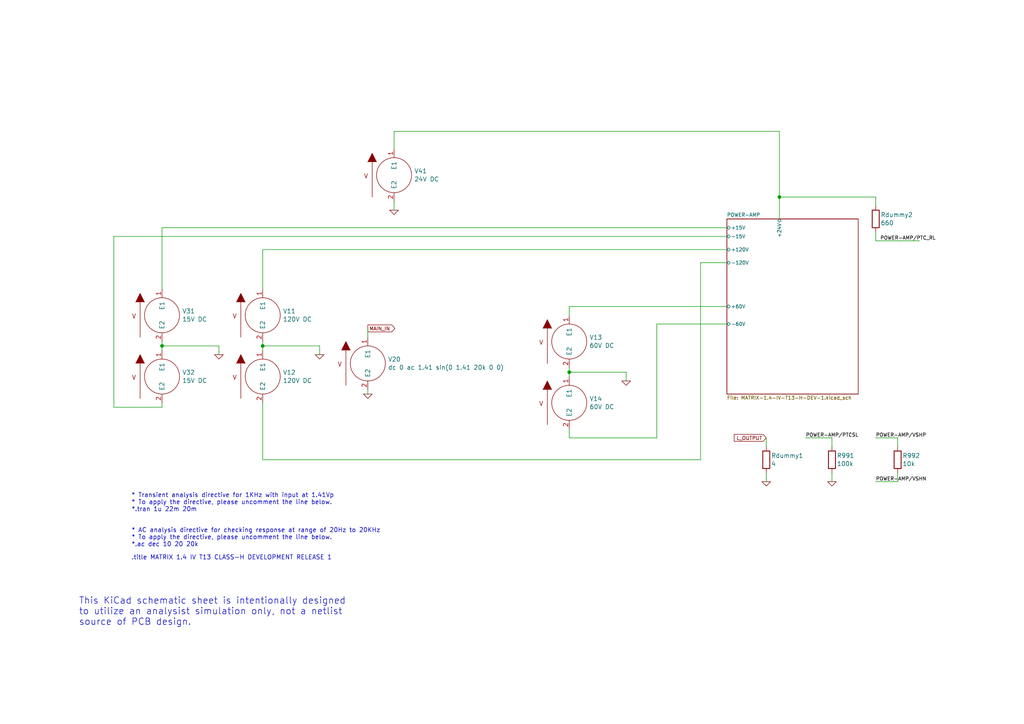
<source format=kicad_sch>
(kicad_sch (version 20211123) (generator eeschema)
  (paper "A4")
  (lib_symbols
    (symbol "Device:R" (pin_numbers hide) (pin_names (offset 0))
      (property "Reference" "R" (at 2.032 0 90))
      (property "Value" "R" (at 0 0 90))
      (symbol "R_0_1"
        (rectangle (start -1.016 -2.54) (end 1.016 2.54) (stroke (width 0.254)))
      )
      (symbol "R_1_1"
        (pin passive line (at 0 3.81 270) (length 1.27) (name "~") (number "1"))
        (pin passive line (at 0 -3.81 90) (length 1.27) (name "~") (number "2"))
      )
    )
    (symbol "pspice:0" (power) (pin_names (offset 0))
      (property "Value" "0" (at 0 -1.778 0))
      (symbol "0_0_1"
        (polyline (pts (xy -1.27 0) (xy 0 -1.27) (xy 1.27 0) (xy -1.27 0)))
      )
      (symbol "0_1_1"
        (pin power_in line (at 0 0 0) (length 0) hide (name "0") (number "1"))
      )
    )
    (symbol "pspice:VSOURCE" (pin_names (offset 1.016))
      (property "Reference" "V" (at -6.35 7.62 0))
      (property "Value" "VSOURCE" (at 0 0 0))
      (symbol "VSOURCE_0_1"
        (polyline (pts (xy -6.35 -6.35) (xy -6.35 3.81)) (fill (type outline)))
        (polyline (pts (xy -7.62 3.81) (xy -6.35 6.35) (xy -5.08 3.81)) (fill (type outline)))
        (circle (center 0 0) (radius 5.08))
        (text "V" (at -8.128 -0.254 0) (effects (font (size 1.27 1.27))))
      )
      (symbol "VSOURCE_1_1"
        (pin input line (at 0 7.62 270) (length 2.54) (name "E1") (number "1"))
        (pin input line (at 0 -7.62 90) (length 2.54) (name "E2") (number "2"))
      )
    )
  )
  (junction (at 165.1 107.95))
  (junction (at 226.06 57.15))
  (junction (at 76.2 100.33))
  (junction (at 46.99 100.33))
  (wire (pts (xy 210.82 68.58) (xy 33.02 68.58)))
  (wire (pts (xy 241.3 137.16) (xy 241.3 139.7)))
  (wire (pts (xy 76.2 116.84) (xy 76.2 133.35)))
  (wire (pts (xy 222.25 127) (xy 222.25 129.54)))
  (wire (pts (xy 254 59.69) (xy 254 57.15)))
  (wire (pts (xy 210.82 72.39) (xy 76.2 72.39)))
  (wire (pts (xy 165.1 88.9) (xy 210.82 88.9)))
  (wire (pts (xy 210.82 66.04) (xy 46.99 66.04)))
  (wire (pts (xy 46.99 116.84) (xy 46.99 118.11)))
  (wire (pts (xy 76.2 101.6) (xy 76.2 100.33)))
  (wire (pts (xy 260.35 139.7) (xy 254 139.7)))
  (wire (pts (xy 92.71 100.33) (xy 92.71 102.87)))
  (wire (pts (xy 181.61 107.95) (xy 181.61 110.49)))
  (wire (pts (xy 76.2 72.39) (xy 76.2 83.82)))
  (wire (pts (xy 165.1 107.95) (xy 165.1 106.68)))
  (wire (pts (xy 233.68 127) (xy 241.3 127)))
  (wire (pts (xy 203.2 133.35) (xy 203.2 76.2)))
  (wire (pts (xy 63.5 100.33) (xy 63.5 102.87)))
  (wire (pts (xy 165.1 109.22) (xy 165.1 107.95)))
  (wire (pts (xy 260.35 137.16) (xy 260.35 139.7)))
  (wire (pts (xy 106.68 95.25) (xy 106.68 97.79)))
  (wire (pts (xy 106.68 114.3) (xy 106.68 113.03)))
  (wire (pts (xy 46.99 101.6) (xy 46.99 100.33)))
  (wire (pts (xy 33.02 118.11) (xy 46.99 118.11)))
  (wire (pts (xy 114.3 58.42) (xy 114.3 60.96)))
  (wire (pts (xy 114.3 38.1) (xy 114.3 43.18)))
  (wire (pts (xy 190.5 127) (xy 165.1 127)))
  (wire (pts (xy 33.02 68.58) (xy 33.02 118.11)))
  (wire (pts (xy 254 57.15) (xy 226.06 57.15)))
  (wire (pts (xy 46.99 66.04) (xy 46.99 83.82)))
  (wire (pts (xy 226.06 57.15) (xy 226.06 63.5)))
  (wire (pts (xy 190.5 93.98) (xy 190.5 127)))
  (wire (pts (xy 76.2 100.33) (xy 76.2 99.06)))
  (wire (pts (xy 165.1 91.44) (xy 165.1 88.9)))
  (wire (pts (xy 254 69.85) (xy 266.7 69.85)))
  (wire (pts (xy 203.2 76.2) (xy 210.82 76.2)))
  (wire (pts (xy 76.2 100.33) (xy 92.71 100.33)))
  (wire (pts (xy 114.3 38.1) (xy 226.06 38.1)))
  (wire (pts (xy 76.2 133.35) (xy 203.2 133.35)))
  (wire (pts (xy 254 67.31) (xy 254 69.85)))
  (wire (pts (xy 165.1 107.95) (xy 181.61 107.95)))
  (wire (pts (xy 210.82 93.98) (xy 190.5 93.98)))
  (wire (pts (xy 226.06 38.1) (xy 226.06 57.15)))
  (wire (pts (xy 254 127) (xy 260.35 127)))
  (wire (pts (xy 46.99 100.33) (xy 63.5 100.33)))
  (wire (pts (xy 222.25 137.16) (xy 222.25 139.7)))
  (wire (pts (xy 260.35 127) (xy 260.35 129.54)))
  (wire (pts (xy 165.1 124.46) (xy 165.1 127)))
  (wire (pts (xy 46.99 100.33) (xy 46.99 99.06)))
  (wire (pts (xy 241.3 127) (xy 241.3 129.54)))
  (text "This KiCad schematic sheet is intentionally designed\nto utilize an analysist simulation only, not a netlist\nsource of PCB design." (at 22.86 181.61 0) (effects (font (size 1.905 1.905)) (justify left bottom)))
  (text "* Transient analysis directive for 1KHz with input at 1.41Vp\n* To apply the directive, please uncomment the line below.\n*.tran 1u 22m 20m" (at 38.1 148.59 0) (effects (font (size 1.27 1.27)) (justify left bottom)))
  (text ".title MATRIX 1.4 IV T13 CLASS-H DEVELOPMENT RELEASE 1" (at 38.1 162.56 0) (effects (font (size 1.27 1.27)) (justify left bottom)))
  (text "* AC analysis directive for checking response at range of 20Hz to 20KHz\n* To apply the directive, please uncomment the line below.\n*.ac dec 10 20 20k" (at 38.1 158.75 0) (effects (font (size 1.27 1.27)) (justify left bottom)))
  (label "POWER-AMP{slash}VSHN" (at 254 139.7 0) (effects (font (size 1.016 1.016))))
  (label "POWER-AMP{slash}VSHP" (at 254 127 0) (effects (font (size 1.016 1.016))))
  (label "POWER-AMP{slash}PTC_RL" (at 255.27 69.85 0) (effects (font (size 1.016 1.016))))
  (label "POWER-AMP{slash}PTCSL" (at 233.68 127 0) (effects (font (size 1.016 1.016))))
  (global_label "L_OUTPUT" (shape input) (at 222.25 127 180) (effects (font (size 1.016 1.016))) (property "Intersheet References" "${INTERSHEET_REFS}" (effects hide)))
  (global_label "MAIN_IN" (shape output) (at 106.68 95.25 0) (effects (font (size 1.016 1.016))) (property "Intersheet References" "${INTERSHEET_REFS}" (effects hide)))
  (symbol (lib_id "pspice:VSOURCE") (at 76.2 91.44 0) (unit 1)
    (property "Reference" "V11" (at 82.042 90.2462 0) (effects (justify left)))
    (property "Value" "120V DC" (at 82.042 92.6084 0) (effects (justify left)))
  )
  (symbol (lib_id "pspice:VSOURCE") (at 76.2 109.22 0) (unit 1)
    (property "Reference" "V12" (at 82.042 108.0262 0) (effects (justify left)))
    (property "Value" "120V DC" (at 82.042 110.3884 0) (effects (justify left)))
  )
  (symbol (lib_id "pspice:0") (at 92.71 102.87 0) (unit 1)
    (property "Reference" "#GND0105" (effects hide))
    (property "Value" "0" (effects hide))
  )
  (symbol (lib_id "pspice:VSOURCE") (at 106.68 105.41 0) (unit 1)
    (property "Reference" "V20" (at 112.522 104.2162 0) (effects (justify left)))
    (property "Value" "dc 0 ac 1.41 sin(0 1.41 20k 0 0)" (at 112.522 106.5784 0) (effects (justify left)))
  )
  (symbol (lib_id "pspice:0") (at 106.68 114.3 0) (unit 1)
    (property "Reference" "#GND0106" (effects hide))
    (property "Value" "0" (effects hide))
  )
  (symbol (lib_id "Device:R") (at 222.25 133.35 0) (unit 1)
    (property "Reference" "Rdummy1" (at 223.647 132.1562 0) (effects (justify left)))
    (property "Value" "4" (at 223.647 134.5184 0) (effects (justify left)))
  )
  (symbol (lib_id "pspice:0") (at 222.25 139.7 0) (unit 1)
    (property "Reference" "#GND0107" (effects hide))
    (property "Value" "0" (effects hide))
  )
  (symbol (lib_id "pspice:VSOURCE") (at 165.1 116.84 0) (unit 1)
    (property "Reference" "V14" (at 170.942 115.6462 0) (effects (justify left)))
    (property "Value" "60V DC" (at 170.942 118.0084 0) (effects (justify left)))
  )
  (symbol (lib_id "Device:R") (at 260.35 133.35 0) (unit 1)
    (property "Reference" "R992" (at 261.747 132.1562 0) (effects (justify left)))
    (property "Value" "10k" (at 261.747 134.5184 0) (effects (justify left)))
  )
  (symbol (lib_id "pspice:VSOURCE") (at 46.99 91.44 0) (unit 1)
    (property "Reference" "V31" (at 52.832 90.2462 0) (effects (justify left)))
    (property "Value" "15V DC" (at 52.832 92.6084 0) (effects (justify left)))
  )
  (symbol (lib_id "pspice:VSOURCE") (at 165.1 99.06 0) (unit 1)
    (property "Reference" "V13" (at 170.942 97.8662 0) (effects (justify left)))
    (property "Value" "60V DC" (at 170.942 100.2284 0) (effects (justify left)))
  )
  (symbol (lib_id "pspice:VSOURCE") (at 114.3 50.8 0) (unit 1)
    (property "Reference" "V41" (at 120.142 49.6062 0) (effects (justify left)))
    (property "Value" "24V DC" (at 120.142 51.9684 0) (effects (justify left)))
  )
  (symbol (lib_id "pspice:0") (at 114.3 60.96 0) (unit 1)
    (property "Reference" "#GND0127" (effects hide))
    (property "Value" "0" (effects hide))
  )
  (symbol (lib_id "Device:R") (at 241.3 133.35 0) (unit 1)
    (property "Reference" "R991" (at 242.697 132.1562 0) (effects (justify left)))
    (property "Value" "100k" (at 242.697 134.5184 0) (effects (justify left)))
  )
  (symbol (lib_id "pspice:VSOURCE") (at 46.99 109.22 0) (unit 1)
    (property "Reference" "V32" (at 52.832 108.0262 0) (effects (justify left)))
    (property "Value" "15V DC" (at 52.832 110.3884 0) (effects (justify left)))
  )
  (symbol (lib_id "pspice:0") (at 63.5 102.87 0) (unit 1)
    (property "Reference" "#GND0104" (effects hide))
    (property "Value" "0" (effects hide))
  )
  (symbol (lib_id "Device:R") (at 254 63.5 0) (unit 1)
    (property "Reference" "Rdummy2" (at 255.397 62.3062 0) (effects (justify left)))
    (property "Value" "660" (at 255.397 64.6684 0) (effects (justify left)))
  )
  (symbol (lib_id "pspice:0") (at 181.61 110.49 0) (unit 1)
    (property "Reference" "#GND0101" (effects hide))
    (property "Value" "0" (effects hide))
  )
  (symbol (lib_id "pspice:0") (at 241.3 139.7 0) (unit 1)
    (property "Reference" "#GND0110" (effects hide))
    (property "Value" "0" (effects hide))
  )
  (sheet (at 210.82 63.5) (size 38.1 50.8)
    (property "Sheet name" "POWER-AMP" (at 210.82 62.9154 0) (effects (font (size 1.016 1.016)) (justify left bottom)))
    (property "Sheet file" "MATRIX-1.4-IV-T13-H-DEV-1.kicad_sch" (at 210.82 114.783 0) (effects (font (size 1.016 1.016)) (justify left top)))
    (pin "-120V" bidirectional (at 210.82 76.2 180) (effects (font (size 1.016 1.016))))
    (pin "+120V" bidirectional (at 210.82 72.39 180) (effects (font (size 1.016 1.016))))
    (pin "-15V" bidirectional (at 210.82 68.58 180) (effects (font (size 1.016 1.016))))
    (pin "+15V" bidirectional (at 210.82 66.04 180) (effects (font (size 1.016 1.016))))
    (pin "+24V" bidirectional (at 226.06 63.5 90) (effects (font (size 1.016 1.016))))
    (pin "+60V" bidirectional (at 210.82 88.9 180) (effects (font (size 1.016 1.016))))
    (pin "-60V" bidirectional (at 210.82 93.98 180) (effects (font (size 1.016 1.016))))
  )
)
</source>
